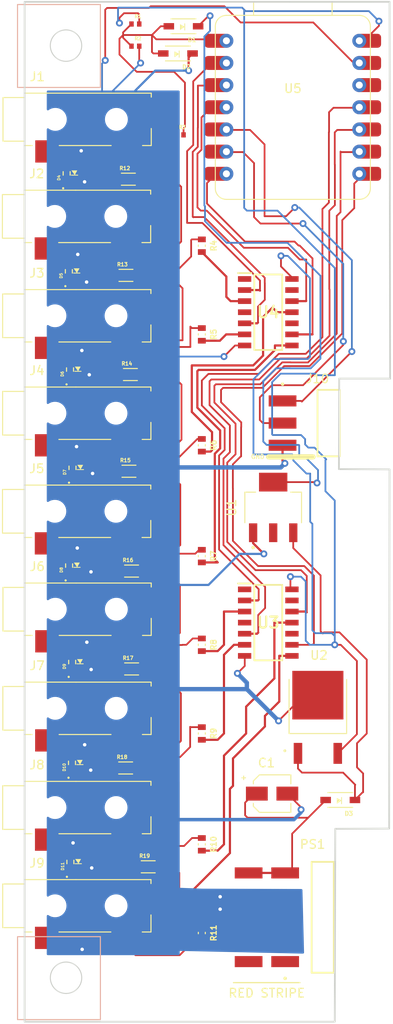
<source format=kicad_pcb>
(kicad_pcb (version 20211014) (generator pcbnew)
  (layers (0 "F.Cu" signal) (31 "B.Cu" signal) (34 "B.Paste" user) (35 "F.Paste" user) (36 "B.SilkS" user "B.Silkscreen") (37 "F.SilkS" user "F.Silkscreen") (38 "B.Mask" user) (39 "F.Mask" user) (44 "Edge.Cuts" user))
  (net 0 "")
  (net 1 "Ground")
  (net 2 "Power")
  (net 3 "5V")
  (net 4 "3.3V")
  (net 5 "Signal-In")
  (net 6 "Signal-Out1")
  (net 7 "Signal-Out2")
  (net 8 "Signal-Out3")
  (net 9 "Signal-Out4")
  (net 10 "Signal-Out5")
  (net 11 "Signal-Out6")
  (net 12 "Signal-Out7")
  (net 13 "Signal-Out8")
  (net 14 "i2c-SDA")
  (net 15 "i2c-SCL")
  (footprint "Import Library:RESC1608X50N" (layer "F.Cu") (at 115.723671 115.712086)
    (fp_text reference "R18")
    (fp_text value "RESC1608X50N" hide)
  )
  (footprint "Import Library:Out Resist-RES_ERJPA3D1001V" (layer "F.Cu") (at 124.46 66.04 -90)
    (fp_text reference "R5")
    (fp_text value "Out Resist-RES_ERJPA3D1001V" hide)
  )
  (footprint "Import Library:Diode-1N5819HW-7-F " (layer "F.Cu") (at 140.335993 119.38 180)
    (fp_text reference "D3")
    (fp_text value "SOD3715X145N" hide)
  )
  (footprint "Import Library:SAMTEC_TSM-105-01-L-DH" (layer "F.Cu") (at 138.319007 132.815804 -90)
    (fp_text reference "PS1")
    (fp_text value "SAMTEC_TSM-105-01-L-DH" hide)
  )
  (footprint "Import Library:Out Resist-RES_ERJPA3D1001V" (layer "F.Cu") (at 124.46 91.44 -90)
    (fp_text reference "R7")
    (fp_text value "Out Resist-RES_ERJPA3D1001V" hide)
  )
  (footprint "Import Library:Diode-1N5819HW-7-F " (layer "F.Cu") (at 121.717607 33.85543 180)
    (fp_text reference "D2")
    (fp_text value "SOD3715X145N" hide)
  )
  (footprint "Import Library:Keystone 633" (layer "F.Cu") (at 108.079328 32.998064 -90)
    (fp_text reference "H1" hide)
    (fp_text value "Keystone 633")
    (fp_circle (center -0.043478 -0.808681) (end 1.756522 -0.808681) (layer "Edge.Cuts") (width 0.12) (fill none))
  )
  (footprint "Import Library:Keystone 633" (layer "F.Cu") (at 108.082701 139.78969 -90)
    (fp_text reference "H2" hide)
    (fp_text value "Keystone 633")
    (fp_circle (center -0.043478 -0.808681) (end 1.756522 -0.808681) (layer "Edge.Cuts") (width 0.12) (fill none))
  )
  (footprint "Import Library:Diode-1N5819HW-7-F " (layer "F.Cu") (at 122.355948 30.740727 180)
    (fp_text reference "D1")
    (fp_text value "SOD3715X145N" hide)
  )
  (footprint "Import Library:SWITCHCRAFT_35RASMT2AHNTRX" (layer "F.Cu") (at 104.127938 120.248091)
    (fp_text reference "J8")
    (fp_text value "SWITCHCRAFT_35RASMT2AHNTRX" hide)
  )
  (footprint "Import Library:LED_APGA1602SEC-E-KA" (layer "F.Cu") (at 109.243603 92.524981 90)
    (fp_text reference "D8")
    (fp_text value "LED_APGA1602SEC-E-KA" hide)
  )
  (footprint "Import Library:LED_APGA1602SEC-E-KA" (layer "F.Cu") (at 109.574222 115.127419 90)
    (fp_text reference "D10")
    (fp_text value "LED_APGA1602SEC-E-KA" hide)
  )
  (footprint "Import Library:LED_APGA1602SEC-E-KA" (layer "F.Cu") (at 109.213778 58.81268 90)
    (fp_text reference "D5")
    (fp_text value "LED_APGA1602SEC-E-KA" hide)
  )
  (footprint "Import Library:SWITCHCRAFT_35RASMT2AHNTRX" (layer "F.Cu") (at 104.121251 75.072067)
    (fp_text reference "J4")
    (fp_text value "SWITCHCRAFT_35RASMT2AHNTRX" hide)
  )
  (footprint "Import Library:VREG_LM1117IMPX-3.3_NOPB" (layer "F.Cu") (at 132.642413 85.863505 90)
    (fp_text reference "U1")
    (fp_text value "VREG_LM1117IMPX-3.3/NOPB" hide)
  )
  (footprint "Import Library:RESC1608X50N" (layer "F.Cu") (at 116.409758 104.366106)
    (fp_text reference "R17")
    (fp_text value "RESC1608X50N" hide)
  )
  (footprint "Import Library:In Resist-ERJ-2RKF1003X" (layer "F.Cu") (at 116.84 30.48)
    (fp_text reference "R1")
    (fp_text value "In Resist-ERJ-2RKF1003X" hide)
  )
  (footprint "Import Library:LED_APGA1602SEC-E-KA" (layer "F.Cu") (at 109.594373 103.578045 90)
    (fp_text reference "D9")
    (fp_text value "LED_APGA1602SEC-E-KA" hide)
  )
  (footprint "Import Library:SWITCHCRAFT_35RASMT2AHNTRX" (layer "F.Cu") (at 104.094683 52.521769)
    (fp_text reference "J2")
    (fp_text value "SWITCHCRAFT_35RASMT2AHNTRX" hide)
  )
  (footprint "Import Library:Out Resist-RES_ERJPA3D1001V" (layer "F.Cu") (at 124.46 78.74 -90)
    (fp_text reference "R6")
    (fp_text value "Out Resist-RES_ERJPA3D1001V" hide)
  )
  (footprint "Import Library:RESC1608X50N" (layer "F.Cu") (at 115.760097 59.277716)
    (fp_text reference "R13")
    (fp_text value "RESC1608X50N" hide)
  )
  (footprint "Import Library:Out Resist-RES_ERJPA3D1001V" (layer "F.Cu") (at 124.46 134.62 -90)
    (fp_text reference "R11")
    (fp_text value "Out Resist-RES_ERJPA3D1001V" hide)
  )
  (footprint "Import Library:SWITCHCRAFT_35RASMT2AHNTRX" (layer "F.Cu") (at 104.130097 131.502014)
    (fp_text reference "J9")
    (fp_text value "SWITCHCRAFT_35RASMT2AHNTRX" hide)
  )
  (footprint "Import Library:Out Resist-RES_ERJPA3D1001V" (layer "F.Cu") (at 124.46 111.76 -90)
    (fp_text reference "R9")
    (fp_text value "Out Resist-RES_ERJPA3D1001V" hide)
  )
  (footprint "Import Library:LED_APGA1602SEC-E-KA" (layer "F.Cu") (at 109.390117 126.481156 90)
    (fp_text reference "D11")
    (fp_text value "LED_APGA1602SEC-E-KA" hide)
  )
  (footprint "Import Library:SWITCHCRAFT_35RASMT2AHNTRX" (layer "F.Cu") (at 104.122013 63.907978)
    (fp_text reference "J3")
    (fp_text value "SWITCHCRAFT_35RASMT2AHNTRX" hide)
  )
  (footprint "Import Library:SWITCHCRAFT_35RASMT2AHNTRX" (layer "F.Cu") (at 104.107003 86.306027)
    (fp_text reference "J5")
    (fp_text value "SWITCHCRAFT_35RASMT2AHNTRX" hide)
  )
  (footprint "Import Library:SWITCHCRAFT_35RASMT2AHNTRX" (layer "F.Cu") (at 104.146981 108.878263)
    (fp_text reference "J7")
    (fp_text value "SWITCHCRAFT_35RASMT2AHNTRX" hide)
  )
  (footprint "Import Library:Out Resist-RES_ERJPA3D1001V" (layer "F.Cu") (at 124.46 124.46 -90)
    (fp_text reference "R10")
    (fp_text value "Out Resist-RES_ERJPA3D1001V" hide)
  )
  (footprint "Import Library:In Resist-ERJ-2RKF1003X" (layer "F.Cu") (at 121.92 43.18)
    (fp_text reference "R3")
    (fp_text value "In Resist-ERJ-2RKF1003X")
  )
  (footprint "Import Library:CAP_EEE-FT1E220AR" (layer "F.Cu") (at 132.517791 118.649429)
    (fp_text reference "C1")
    (fp_text value "CAP_EEE-FT1E220AR" hide)
  )
  (footprint "Import Library:SWITCHCRAFT_35RASMT2AHNTRX" (layer "F.Cu") (at 104.163598 41.404232)
    (fp_text reference "J1")
    (fp_text value "SWITCHCRAFT_35RASMT2AHNTRX" hide)
  )
  (footprint "Import Library:XIAO-RP2040" (layer "F.Cu") (at 126.00559 50.572455)
    (fp_text reference "U5")
    (fp_text value "XIAO-RP2040")
  )
  (footprint "Import Library:RESC1608X50N" (layer "F.Cu") (at 116.402471 93.154989)
    (fp_text reference "R16")
    (fp_text value "RESC1608X50N" hide)
  )
  (footprint "Import Library:VREG_L7805CDT-TR" (layer "F.Cu") (at 137.764604 109.839326)
    (fp_text reference "U2")
    (fp_text value "VREG_L7805CDT-TR" hide)
  )
  (footprint "Import Library:LED_APGA1602SEC-E-KA" (layer "F.Cu") (at 109.349099 70.067567 90)
    (fp_text reference "D6")
    (fp_text value "LED_APGA1602SEC-E-KA" hide)
  )
  (footprint "Import Library:SWITCHCRAFT_35RASMT2AHNTRX" (layer "F.Cu") (at 104.158809 97.525949)
    (fp_text reference "J6")
    (fp_text value "SWITCHCRAFT_35RASMT2AHNTRX" hide)
  )
  (footprint "Import Library:RESC1608X50N" (layer "F.Cu") (at 116.038549 48.26)
    (fp_text reference "R12")
    (fp_text value "RESC1608X50N" hide)
  )
  (footprint "Import Library:LED_APGA1602SEC-E-KA" (layer "F.Cu") (at 109.63176 81.327585 90)
    (fp_text reference "D7")
    (fp_text value "LED_APGA1602SEC-E-KA" hide)
  )
  (footprint "Import Library:Out Resist-RES_ERJPA3D1001V" (layer "F.Cu") (at 124.46 101.6 -90)
    (fp_text reference "R8")
    (fp_text value "Out Resist-RES_ERJPA3D1001V" hide)
  )
  (footprint "Import Library:LED_APGA1602SEC-E-KA" (layer "F.Cu") (at 108.962495 47.595592 90)
    (fp_text reference "D4")
    (fp_text value "LED_APGA1602SEC-E-KA" hide)
  )
  (footprint "Import Library:SN74HCS125QBQARQ1" (layer "F.Cu") (at 132.08 63.5)
    (fp_text reference "U4")
    (fp_text value "SN74HCS125QBQARQ1" hide)
  )
  (footprint "Import Library:SN74HCS125QBQARQ1" (layer "F.Cu") (at 132.08 99.06)
    (fp_text reference "U3")
    (fp_text value "SN74HCS125QBQARQ1" hide)
  )
  (footprint "Import Library:Out Resist-RES_ERJPA3D1001V" (layer "F.Cu") (at 124.46 55.88 -90)
    (fp_text reference "R4")
    (fp_text value "Out Resist-RES_ERJPA3D1001V" hide)
  )
  (footprint "Import Library:RESC1608X50N" (layer "F.Cu") (at 116.272002 70.637999)
    (fp_text reference "R14")
    (fp_text value "RESC1608X50N" hide)
  )
  (footprint "Import Library:SAMTEC_TSM-103-01-L-SH" (layer "F.Cu") (at 138.995404 76.2 -90)
    (fp_text reference "J10")
    (fp_text value "SAMTEC_TSM-103-01-L-SH" hide)
  )
  (footprint "Import Library:RESC1608X50N" (layer "F.Cu") (at 118.312952 127.034462)
    (fp_text reference "R19")
    (fp_text value "RESC1608X50N" hide)
  )
  (footprint "Import Library:In Resist-ERJ-2RKF1003X" (layer "F.Cu") (at 116.84 33.02)
    (fp_text reference "R2")
    (fp_text value "In Resist-ERJ-2RKF1003X" hide)
  )
  (footprint "Import Library:RESC1608X50N" (layer "F.Cu") (at 116.105069 81.716985)
    (fp_text reference "R15")
    (fp_text value "RESC1608X50N" hide)
  )
  (gr_line (start 135.708978 140.304674) (end 128.088978 140.304674) (layer "F.SilkS") (width 0.15))
  (gr_line (start 132.125957 80.069794) (end 137.205957 80.069794) (layer "F.SilkS") (width 0.6))
  (gr_poly (pts (xy 146.047938 71.103336) (xy 140.21656 71.103336) (xy 140.178229 81.478353) (xy 145.982214 81.507373) (xy 145.941937 122.654268) (xy 139.765476 122.679073) (xy 139.7 144.78) (xy 104.14 144.78) (xy 104.14 27.94) (xy 145.983609 27.937338)) (layer "Edge.Cuts") (width 0.2) (fill none))
  (gr_text "RED STRIPE" (at 131.898978 141.502226) (layer "F.SilkS") (effects (font (size 1 1))))
  (gr_text "GND" (at 130.871337 80.047279) (layer "F.SilkS") (effects (font (size 0.5 0.5) (thickness 0.1))))
  (segment (start 141.928635 34.994635) (end 142.318427 34.994635) (width 0.2) (layer "F.Cu") (net 1))
  (segment (start 126.74864 130.275804) (end 126.560888 130.463556) (width 0.25) (layer "F.Cu") (net 1))
  (segment (start 129.824007 132.815804) (end 134.014007 132.815804) (width 0.25) (layer "F.Cu") (net 1))
  (segment (start 111.018696 48.562182) (end 109.179085 48.562182) (width 0.25) (layer "F.Cu") (net 1))
  (segment (start 109.455923 127.16535) (end 109.390117 127.231156) (width 0.25) (layer "F.Cu") (net 1))
  (segment (start 136.203063 107.369326) (end 133.256634 110.315755) (width 0.2) (layer "F.Cu") (net 1))
  (segment (start 113.385821 28.847268) (end 113.594155 28.638934) (width 0.2) (layer "F.Cu") (net 1))
  (segment (start 109.910755 56.551598) (end 106.500856 56.551598) (width 0.25) (layer "F.Cu") (net 1))
  (segment (start 110.628791 45.006212) (end 110.555771 45.079232) (width 0.25) (layer "F.Cu") (net 1))
  (segment (start 129.824007 132.815804) (end 129.824007 130.275804) (width 0.25) (layer "F.Cu") (net 1))
  (segment (start 109.700085 104.433757) (end 109.594373 104.328045) (width 0.25) (layer "F.Cu") (net 1))
  (segment (start 118.398274 28.638934) (end 118.589208 28.448) (width 0.2) (layer "F.Cu") (net 1))
  (segment (start 109.736216 81.973129) (end 109.63176 82.077585) (width 0.25) (layer "F.Cu") (net 1))
  (segment (start 133.715404 80.547447) (end 133.981834 80.813877) (width 0.25) (layer "F.Cu") (net 1))
  (segment (start 109.625231 124.226428) (end 107.391356 124.226428) (width 0.25) (layer "F.Cu") (net 1))
  (segment (start 122.946129 34.306908) (end 123.397607 33.85543) (width 0.25) (layer "F.Cu") (net 1))
  (segment (start 113.385821 34.645821) (end 113.385821 28.847268) (width 0.2) (layer "F.Cu") (net 1))
  (segment (start 134.014007 130.275804) (end 134.014007 132.815804) (width 0.25) (layer "F.Cu") (net 1))
  (segment (start 129.824007 130.275804) (end 126.74864 130.275804) (width 0.25) (layer "F.Cu") (net 1))
  (segment (start 110.739217 136.492762) (end 110.456382 136.209927) (width 0.25) (layer "F.Cu") (net 1))
  (segment (start 109.502593 70.664073) (end 109.349099 70.817567) (width 0.25) (layer "F.Cu") (net 1))
  (segment (start 111.249729 60.044767) (end 109.02157 60.044767) (width 0.25) (layer "F.Cu") (net 1))
  (segment (start 110.177795 90.514208) (end 109.644614 89.981027) (width 0.25) (layer "F.Cu") (net 1))
  (segment (start 111.139319 101.16712) (end 108.167201 101.16712) (width 0.25) (layer "F.Cu") (net 1))
  (segment (start 133.715404 78.74) (end 133.715404 80.547447) (width 0.25) (layer "F.Cu") (net 1))
  (segment (start 127.0533 28.448) (end 128.909279 30.303979) (width 0.2) (layer "F.Cu") (net 1))
  (segment (start 118.589208 28.448) (end 127.0533 28.448) (width 0.2) (layer "F.Cu") (net 1))
  (segment (start 111.752091 93.24249) (end 111.524424 93.470157) (width 0.25) (layer "F.Cu") (net 1))
  (segment (start 109.179085 48.562182) (end 108.962495 48.345592) (width 0.25) (layer "F.Cu") (net 1))
  (segment (start 117.285 33.02) (end 117.285 34.797483) (width 0.2) (layer "F.Cu") (net 1))
  (segment (start 130.342413 88.763505) (end 130.342413 89.956413) (width 0.25) (layer "F.Cu") (net 1))
  (segment (start 110.456382 136.209927) (end 106.540602 136.209927) (width 0.25) (layer "F.Cu") (net 1))
  (segment (start 128.909279 30.303979) (end 137.237979 30.303979) (width 0.2) (layer "F.Cu") (net 1))
  (segment (start 111.028191 113.05178) (end 110.529674 112.553263) (width 0.25) (layer "F.Cu") (net 1))
  (segment (start 110.70462 67.882575) (end 110.673959 67.913236) (width 0.25) (layer "F.Cu") (net 1))
  (segment (start 111.722012 115.959719) (end 109.656522 115.959719) (width 0.25) (layer "F.Cu") (net 1))
  (segment (start 108.167201 101.16712) (end 107.218249 102.116072) (width 0.25) (layer "F.Cu") (net 1))
  (segment (start 109.695765 124.296962) (end 109.625231 124.226428) (width 0.25) (layer "F.Cu") (net 1))
  (segment (start 134.014007 132.815804) (end 134.014007 135.355804) (width 0.25) (layer "F.Cu") (net 1))
  (segment (start 134.014007 135.355804) (end 129.824007 135.355804) (width 0.25) (layer "F.Cu") (net 1))
  (segment (start 122.946129 35.824157) (end 122.946129 34.306908) (width 0.25) (layer "F.Cu") (net 1))
  (segment (start 111.554818 70.664073) (end 109.502593 70.664073) (width 0.25) (layer "F.Cu") (net 1))
  (segment (start 110.555771 45.079232) (end 106.563598 45.079232) (width 0.25) (layer "F.Cu") (net 1))
  (segment (start 129.38 102.87) (end 129.38 104.030499) (width 0.2) (layer "F.Cu") (net 1))
  (segment (start 110.095803 78.894958) (end 109.684439 79.306322) (width 0.25) (layer "F.Cu") (net 1))
  (segment (start 113.594155 28.638934) (end 118.398274 28.638934) (width 0.2) (layer "F.Cu") (net 1))
  (segment (start 111.769307 104.433757) (end 109.700085 104.433757) (width 0.25) (layer "F.Cu") (net 1))
  (segment (start 110.529674 112.553263) (end 106.546981 112.553263) (width 0.25) (layer "F.Cu") (net 1))
  (segment (start 111.276529 101.30433) (end 111.139319 101.16712) (width 0.25) (layer "F.Cu") (net 1))
  (segment (start 134.267791 118.649429) (end 135.837174 120.218812) (width 0.2) (layer "F.Cu") (net 1))
  (segment (start 110.23618 56.877023) (end 109.910755 56.551598) (width 0.25) (layer "F.Cu") (net 1))
  (segment (start 127.29274 133.830074) (end 127.29274 132.476148) (width 0.25) (layer "F.Cu") (net 1))
  (segment (start 110.673959 67.913236) (end 106.537472 67.913236) (width 0.25) (layer "F.Cu") (net 1))
  (segment (start 137.764604 107.369326) (end 136.203063 107.369326) (width 0.2) (layer "F.Cu") (net 1))
  (segment (start 111.524424 93.470157) (end 109.29859 93.470157) (width 0.25) (layer "F.Cu") (net 1))
  (segment (start 129.38 104.030499) (end 128.540509 104.86999) (width 0.2) (layer "F.Cu") (net 1))
  (segment (start 126.707259 131.890667) (end 126.560888 131.890667) (width 0.25) (layer "F.Cu") (net 1))
  (segment (start 129.824007 130.275804) (end 134.014007 130.275804) (width 0.25) (layer "F.Cu") (net 1))
  (segment (start 135.837174 120.218812) (end 135.837174 120.486522) (width 0.2) (layer "F.Cu") (net 1))
  (segment (start 109.684439 79.306322) (end 106.521816 79.306322) (width 0.25) (layer "F.Cu") (net 1))
  (segment (start 117.285 34.797483) (end 117.437356 34.949839) (width 0.2) (layer "F.Cu") (net 1))
  (segment (start 109.644614 89.981027) (end 106.507003 89.981027) (width 0.25) (layer "F.Cu") (net 1))
  (segment (start 111.8353 127.16535) (end 109.455923 127.16535) (width 0.25) (layer "F.Cu") (net 1))
  (segment (start 130.342413 89.956413) (end 131.572 91.186) (width 0.25) (layer "F.Cu") (net 1))
  (segment (start 111.935152 81.973129) (end 109.736216 81.973129) (width 0.25) (layer "F.Cu") (net 1))
  (segment (start 128.27 67.31) (end 127 68.58) (width 0.2) (layer "F.Cu") (net 1))
  (segment (start 129.824007 135.355804) (end 128.81847 135.355804) (width 0.25) (layer "F.Cu") (net 1))
  (segment (start 129.38 67.31) (end 128.27 67.31) (width 0.2) (layer "F.Cu") (net 1))
  (segment (start 129.824007 135.355804) (end 129.824007 132.815804) (width 0.25) (layer "F.Cu") (net 1))
  (segment (start 127.29274 132.476148) (end 126.707259 131.890667) (width 0.25) (layer "F.Cu") (net 1))
  (segment (start 109.656522 115.959719) (end 109.574222 115.877419) (width 0.25) (layer "F.Cu") (net 1))
  (segment (start 137.237979 30.303979) (end 141.928635 34.994635) (width 0.2) (layer "F.Cu") (net 1))
  (segment (start 128.81847 135.355804) (end 127.29274 133.830074) (width 0.25) (layer "F.Cu") (net 1))
  (via (at 117.437356 34.949839) (size 0.8) (drill 0.4) (layers "F.Cu" "B.Cu") (net 1))
  (via (at 133.256634 110.315755) (size 0.8) (drill 0.4) (layers "F.Cu" "B.Cu") (net 1))
  (via (at 122.946129 35.824157) (size 0.8) (drill 0.4) (layers "F.Cu" "B.Cu") (net 1))
  (via (at 111.8353 127.16535) (size 0.8) (drill 0.4) (layers "F.Cu" "B.Cu") (net 1))
  (via (at 110.23618 56.877023) (size 0.8) (drill 0.4) (layers "F.Cu" "B.Cu") (net 1))
  (via (at 135.837174 120.486522) (size 0.8) (drill 0.4) (layers "F.Cu" "B.Cu") (net 1))
  (via (at 111.028191 113.05178) (size 0.8) (drill 0.4) (layers "F.Cu" "B.Cu") (net 1))
  (via (at 110.177795 90.514208) (size 0.8) (drill 0.4) (layers "F.Cu" "B.Cu") (net 1))
  (via (at 111.752091 93.24249) (size 0.8) (drill 0.4) (layers "F.Cu" "B.Cu") (net 1))
  (via (at 111.935152 81.973129) (size 0.8) (drill 0.4) (layers "F.Cu" "B.Cu") (net 1))
  (via (at 111.722012 115.959719) (size 0.8) (drill 0.4) (layers "F.Cu" "B.Cu") (net 1))
  (via (at 113.385821 34.645821) (size 0.8) (drill 0.4) (layers "F.Cu" "B.Cu") (net 1))
  (via (at 111.276529 101.30433) (size 0.8) (drill 0.4) (layers "F.Cu" "B.Cu") (net 1))
  (via (at 110.739217 136.492762) (size 0.8) (drill 0.4) (layers "F.Cu" "B.Cu") (net 1))
  (via (at 109.695765 124.296962) (size 0.8) (drill 0.4) (layers "F.Cu" "B.Cu") (net 1))
  (via (at 126.560888 131.890667) (size 0.8) (drill 0.4) (layers "F.Cu" "B.Cu") (net 1))
  (via (at 128.540509 104.86999) (size 0.8) (drill 0.4) (layers "F.Cu" "B.Cu") (net 1))
  (via (at 127 68.58) (size 0.8) (drill 0.4) (layers "F.Cu" "B.Cu") (net 1))
  (via (at 111.554818 70.664073) (size 0.8) (drill 0.4) (layers "F.Cu" "B.Cu") (net 1))
  (via (at 111.018696 48.562182) (size 0.8) (drill 0.4) (layers "F.Cu" "B.Cu") (net 1))
  (via (at 131.572 91.186) (size 0.8) (drill 0.4) (layers "F.Cu" "B.Cu") (net 1))
  (via (at 110.095803 78.894958) (size 0.8) (drill 0.4) (layers "F.Cu" "B.Cu") (net 1))
  (via (at 110.628791 45.006212) (size 0.8) (drill 0.4) (layers "F.Cu" "B.Cu") (net 1))
  (via (at 110.70462 67.882575) (size 0.8) (drill 0.4) (layers "F.Cu" "B.Cu") (net 1))
  (via (at 126.560888 130.463556) (size 0.8) (drill 0.4) (layers "F.Cu" "B.Cu") (net 1))
  (via (at 133.981834 80.813877) (size 0.8) (drill 0.4) (layers "F.Cu" "B.Cu") (net 1))
  (via (at 111.249729 60.044767) (size 0.8) (drill 0.4) (layers "F.Cu" "B.Cu") (net 1))
  (via (at 111.769307 104.433757) (size 0.8) (drill 0.4) (layers "F.Cu" "B.Cu") (net 1))
  (segment (start 127 68.58) (end 121.92 68.58) (width 0.2) (layer "B.Cu") (net 1))
  (segment (start 129.620879 106.68) (end 121.92 106.68) (width 0.5) (layer "B.Cu") (net 1))
  (segment (start 117.437356 34.949839) (end 114.155738 38.231457) (width 0.2) (layer "B.Cu") (net 1))
  (segment (start 113.023292 35.00835) (end 113.023292 38.70556) (width 0.2) (layer "B.Cu") (net 1))
  (segment (start 133.981834 80.813877) (end 133.515711 81.28) (width 0.5) (layer "B.Cu") (net 1))
  (segment (start 129.620879 106.68) (end 129.620879 105.95036) (width 0.5) (layer "B.Cu") (net 1))
  (segment (start 125.222 94.742) (end 121.666 94.742) (width 0.25) (layer "B.Cu") (net 1))
  (segment (start 131.572 91.186) (end 128.778 91.186) (width 0.25) (layer "B.Cu") (net 1))
  (segment (start 135.019903 121.629173) (end 121.92 121.629173) (width 0.4) (layer "B.Cu") (net 1))
  (segment (start 114.155738 38.437425) (end 114.155738 38.231457) (width 0.2) (layer "B.Cu") (net 1))
  (segment (start 119.115843 35.824157) (end 116.84 38.1) (width 0.25) (layer "B.Cu") (net 1))
  (segment (start 122.946129 35.824157) (end 119.115843 35.824157) (width 0.25) (layer "B.Cu") (net 1))
  (segment (start 135.837174 120.486522) (end 135.837174 120.811902) (width 0.2) (layer "B.Cu") (net 1))
  (segment (start 133.515711 81.28) (end 121.92 81.28) (width 0.5) (layer "B.Cu") (net 1))
  (segment (start 113.385821 34.645821) (end 113.023292 35.00835) (width 0.2) (layer "B.Cu") (net 1))
  (segment (start 129.620879 105.95036) (end 128.540509 104.86999) (width 0.5) (layer "B.Cu") (net 1))
  (segment (start 128.778 91.186) (end 125.222 94.742) (width 0.25) (layer "B.Cu") (net 1))
  (segment (start 135.837174 120.811902) (end 135.019903 121.629173) (width 0.4) (layer "B.Cu") (net 1))
  (segment (start 133.256634 110.315755) (end 129.620879 106.68) (width 0.5) (layer "B.Cu") (net 1))
  (segment (start 143.367243 111.765094) (end 143.367243 103.300654) (width 0.2) (layer "F.Cu") (net 2))
  (segment (start 140.656846 116.24396) (end 135.943705 116.24396) (width 0.2) (layer "F.Cu") (net 2))
  (segment (start 136.651021 121.411021) (end 138.655993 119.406049) (width 0.2) (layer "F.Cu") (net 2))
  (segment (start 138.655993 119.406049) (end 138.655993 119.38) (width 0.2) (layer "F.Cu") (net 2))
  (segment (start 135.943705 116.24396) (end 135.484604 115.784859) (width 0.2) (layer "F.Cu") (net 2))
  (segment (start 134.816325 127.81142) (end 134.816325 123.245717) (width 0.2) (layer "F.Cu") (net 2))
  (segment (start 143.367243 103.300654) (end 140.241623 100.175034) (width 0.2) (layer "F.Cu") (net 2))
  (segment (start 142.015993 117.672153) (end 142.050516 117.63763) (width 0.2) (layer "F.Cu") (net 2))
  (segment (start 142.903504 118.492489) (end 142.952595 118.492489) (width 0.2) (layer "F.Cu") (net 2))
  (segment (start 129.824007 127.735804) (end 134.014007 127.735804) (width 0.25) (layer "F.Cu") (net 2))
  (segment (start 135.484604 115.784859) (end 135.484604 114.039326) (width 0.2) (layer "F.Cu") (net 2))
  (segment (start 134.816325 123.245717) (end 136.651021 121.411021) (width 0.2) (layer "F.Cu") (net 2))
  (segment (start 138.07785 93.654665) (end 134.942413 90.519228) (width 0.2) (layer "F.Cu") (net 2))
  (segment (start 129.423528 121.131083) (end 129.423528 119.680494) (width 0.2) (layer "F.Cu") (net 2))
  (segment (start 130.454593 118.649429) (end 130.767791 118.649429) (width 0.2) (layer "F.Cu") (net 2))
  (segment (start 136.651021 121.411021) (end 129.703466 121.411021) (width 0.2) (layer "F.Cu") (net 2))
  (segment (start 138.327979 100.30261) (end 138.07785 100.052481) (width 0.2) (layer "F.Cu") (net 2))
  (segment (start 142.015993 119.38) (end 142.903504 118.492489) (width 0.2) (layer "F.Cu") (net 2))
  (segment (start 138.07785 100.052481) (end 138.07785 93.654665) (width 0.2) (layer "F.Cu") (net 2))
  (segment (start 142.253916 115.641124) (end 142.253916 112.878421) (width 0.2) (layer "F.Cu") (net 2))
  (segment (start 142.952595 118.492489) (end 142.952595 116.339803) (width 0.2) (layer "F.Cu") (net 2))
  (segment (start 129.703466 121.411021) (end 129.423528 121.131083) (width 0.2) (layer "F.Cu") (net 2))
  (segment (start 134.942413 90.519228) (end 134.942413 88.763505) (width 0.2) (layer "F.Cu") (net 2))
  (segment (start 129.423528 119.680494) (end 130.454593 118.649429) (width 0.2) (layer "F.Cu") (net 2))
  (segment (start 142.253916 112.878421) (end 143.367243 111.765094) (width 0.2) (layer "F.Cu") (net 2))
  (segment (start 142.015993 119.38) (end 142.015993 117.672153) (width 0.2) (layer "F.Cu") (net 2))
  (segment (start 142.952595 116.339803) (end 142.253916 115.641124) (width 0.2) (layer "F.Cu") (net 2))
  (segment (start 140.241623 100.175034) (end 138.455555 100.175034) (width 0.2) (layer "F.Cu") (net 2))
  (segment (start 138.455555 100.175034) (end 138.327979 100.30261) (width 0.2) (layer "F.Cu") (net 2))
  (segment (start 142.050516 117.63763) (end 140.656846 116.24396) (width 0.2) (layer "F.Cu") (net 2))
  (segment (start 133.534318 57.040891) (end 133.534318 58.252935) (width 0.2) (layer "F.Cu") (net 3))
  (segment (start 115.013518 30.372191) (end 115.013518 29.766482) (width 0.2) (layer "F.Cu") (net 3))
  (segment (start 144.766116 30.691789) (end 143.00327 32.454635) (width 0.2) (layer "F.Cu") (net 3))
  (segment (start 133.534318 58.252935) (end 134.78 59.498617) (width 0.2) (layer "F.Cu") (net 3))
  (segment (start 142.24 111.84393) (end 142.24 103.454052) (width 0.2) (layer "F.Cu") (net 3))
  (segment (start 117.285 29.381345) (end 117.149922 29.246267) (width 0.2) (layer "F.Cu") (net 3))
  (segment (start 117.285 30.48) (end 117.285 29.381345) (width 0.2) (layer "F.Cu") (net 3))
  (segment (start 115.013518 29.766482) (end 115.533733 29.246267) (width 0.2) (layer "F.Cu") (net 3))
  (segment (start 140.044604 114.039326) (end 142.24 111.84393) (width 0.2) (layer "F.Cu") (net 3))
  (segment (start 134.618601 93.79474) (end 134.618601 95.088601) (width 0.2) (layer "F.Cu") (net 3))
  (segment (start 134.618601 95.088601) (end 134.78 95.25) (width 0.2) (layer "F.Cu") (net 3))
  (segment (start 134.78 59.498617) (end 134.78 59.69) (width 0.2) (layer "F.Cu") (net 3))
  (segment (start 117.149922 29.246267) (end 115.533733 29.246267) (width 0.2) (layer "F.Cu") (net 3))
  (segment (start 140.385948 101.6) (end 139.7 101.6) (width 0.2) (layer "F.Cu") (net 3))
  (segment (start 142.24 103.454052) (end 140.385948 101.6) (width 0.2) (layer "F.Cu") (net 3))
  (segment (start 144.766116 30.15499) (end 144.766116 30.691789) (width 0.2) (layer "F.Cu") (net 3))
  (via (at 134.618601 93.79474) (size 0.8) (drill 0.4) (layers "F.Cu" "B.Cu") (net 3))
  (via (at 115.013518 30.372191) (size 0.8) (drill 0.4) (layers "F.Cu" "B.Cu") (net 3))
  (via (at 144.766116 30.15499) (size 0.8) (drill 0.4) (layers "F.Cu" "B.Cu") (net 3))
  (via (at 139.7 101.6) (size 0.8) (drill 0.4) (layers "F.Cu" "B.Cu") (net 3))
  (via (at 133.534318 57.040891) (size 0.8) (drill 0.4) (layers "F.Cu" "B.Cu") (net 3))
  (segment (start 136.37116 94.341156) (end 136.37116 101.132434) (width 0.2) (layer "B.Cu") (net 3))
  (segment (start 130.443326 79.789196) (end 134.807789 79.789196) (width 0.2) (layer "B.Cu") (net 3))
  (segment (start 136.858695 59.584833) (end 134.314753 57.040891) (width 0.2) (layer "B.Cu") (net 3))
  (segment (start 132.596084 77.568904) (end 132.522402 77.495222) (width 0.2) (layer "B.Cu") (net 3))
  (segment (start 138.633605 84.006183) (end 138.633605 80.438535) (width 0.2) (layer "B.Cu") (net 3))
  (segment (start 132.701082 68.859941) (end 136.630619 68.859941) (width 0.2) (layer "B.Cu") (net 3))
  (segment (start 139.36803 100.271337) (end 139.7 100.603307) (width 0.2) (layer "B.Cu") (net 3))
  (segment (start 137.689718 70.71848) (end 137.56152 70.71848) (width 0.2) (layer "B.Cu") (net 3))
  (segment (start 136.838726 101.6) (end 139.7 101.6) (width 0.2) (layer "B.Cu") (net 3))
  (segment (start 136.304734 78.64481) (end 136.304734 78.035556) (width 0.2) (layer "B.Cu") (net 3))
  (segment (start 114.895168 28.601779) (end 129.076491 28.601779) (width 0.2) (layer "B.Cu") (net 3))
  (segment (start 129.478498 29.003786) (end 143.614912 29.003786) (width 0.2) (layer "B.Cu") (net 3))
  (segment (start 134.314753 57.040891) (end 133.534318 57.040891) (width 0.2) (layer "B.Cu") (net 3))
  (segment (start 129.31793 51.553565) (end 129.624827 51.860462) (width 0.2) (layer "B.Cu") (net 3))
  (segment (start 114.852086 28.644861) (end 114.895168 28.601779) (width 0.2) (layer "B.Cu") (net 3))
  (segment (start 135.824744 93.79474) (end 136.37116 94.341156) (width 0.2) (layer "B.Cu") (net 3))
  (segment (start 129.076491 28.601779) (end 129.31793 28.843218) (width 0.2) (layer "B.Cu") (net 3))
  (segment (start 139.7 85.072578) (end 138.633605 84.006183) (width 0.2) (layer "B.Cu") (net 3))
  (segment (start 139.710067 58.430067) (end 139.710067 70.71848) (width 0.2) (layer "B.Cu") (net 3))
  (segment (start 136.671398 79.011474) (end 136.304734 78.64481) (width 0.2) (layer "B.Cu") (net 3))
  (segment (start 139.710067 70.71848) (end 137.689718 70.71848) (width 0.2) (layer "B.Cu") (net 3))
  (segment (start 114.852086 30.210759) (end 114.852086 28.644861) (width 0.2) (layer "B.Cu") (net 3))
  (segment (start 137.136456 99.938975) (end 137.468818 100.271337) (width 0.2) (layer "B.Cu") (net 3))
  (segment (start 136.887631 87.50018) (end 137.136456 87.749005) (width 0.2) (layer "B.Cu") (net 3))
  (segment (start 137.468818 100.271337) (end 139.36803 100.271337) (width 0.2) (layer "B.Cu") (net 3))
  (segment (start 115.013518 30.372191) (end 114.852086 30.210759) (width 0.2) (layer "B.Cu") (net 3))
  (segment (start 136.456334 81.983299) (end 136.887631 81.983299) (width 0.2) (layer "B.Cu") (net 3))
  (segment (start 129.624827 51.860462) (end 133.140462 51.860462) (width 0.2) (layer "B.Cu") (net 3))
  (segment (start 133.140462 51.860462) (end 139.710067 58.430067) (width 0.2) (layer "B.Cu") (net 3))
  (segment (start 130.380802 71.180221) (end 130.380802 79.726672) (width 0.2) (layer "B.Cu") (net 3))
  (segment (start 135.838082 77.568904) (end 132.596084 77.568904) (width 0.2) (layer "B.Cu") (net 3))
  (segment (start 138.633605 80.438535) (end 138.722797 80.349343) (width 0.2) (layer "B.Cu") (net 3))
  (segment (start 143.614912 29.003786) (end 144.766116 30.15499) (width 0.2) (layer "B.Cu") (net 3))
  (segment (start 136.630619 68.859941) (end 136.858695 68.631865) (width 0.2) (layer "B.Cu") (net 3))
  (segment (start 130.380802 79.726672) (end 130.443326 79.789196) (width 0.2) (layer "B.Cu") (net 3))
  (segment (start 134.807789 79.789196) (end 134.951357 79.932764) (width 0.2) (layer "B.Cu") (net 3))
  (segment (start 129.31793 28.843218) (end 129.478498 29.003786) (width 0.2) (layer "B.Cu") (net 3))
  (segment (start 138.722797 80.349343) (end 137.384928 79.011474) (width 0.2) (layer "B.Cu") (net 3))
  (segment (start 134.618601 93.79474) (end 135.824744 93.79474) (width 0.2) (layer "B.Cu") (net 3))
  (segment (start 132.522402 71.502885) (end 133.48889 70.536397) (width 0.2) (layer "B.Cu") (net 3))
  (segment (start 136.304734 78.035556) (end 135.838082 77.568904) (width 0.2) (layer "B.Cu") (net 3))
  (segment (start 134.951357 79.932764) (end 134.951357 80.478322) (width 0.2) (layer "B.Cu") (net 3))
  (segment (start 137.507635 70.536397) (end 137.689718 70.71848) (width 0.2) (layer "B.Cu") (net 3))
  (segment (start 139.7 101.6) (end 139.7 85.072578) (width 0.2) (layer "B.Cu") (net 3))
  (segment (start 137.384928 79.011474) (end 136.671398 79.011474) (width 0.2) (layer "B.Cu") (net 3))
  (segment (start 132.522402 77.495222) (end 132.522402 71.502885) (width 0.2) (layer "B.Cu") (net 3))
  (segment (start 132.701082 68.859941) (end 130.380802 71.180221) (width 0.2) (layer "B.Cu") (net 3))
  (segment (start 133.48889 70.536397) (end 137.507635 70.536397) (width 0.2) (layer "B.Cu") (net 3))
  (segment (start 136.858695 68.631865) (end 136.858695 59.584833) (width 0.2) (layer "B.Cu") (net 3))
  (segment (start 136.887631 81.983299) (end 136.887631 87.50018) (width 0.2) (layer "B.Cu") (net 3))
  (segment (start 129.31793 28.843218) (end 129.31793 51.553565) (width 0.2) (layer "B.Cu") (net 3))
  (segment (start 137.136456 87.749005) (end 137.136456 99.938975) (width 0.2) (layer "B.Cu") (net 3))
  (segment (start 139.7 100.603307) (end 139.7 101.6) (width 0.2) (layer "B.Cu") (net 3))
  (segment (start 134.951357 80.478322) (end 136.456334 81.983299) (width 0.2) (layer "B.Cu") (net 3))
  (segment (start 136.37116 101.132434) (end 136.838726 101.6) (width 0.2) (layer "B.Cu") (net 3))
  (segment (start 137.668 83.058) (end 137.573505 82.963505) (width 0.2) (layer "F.Cu") (net 4))
  (segment (start 125.401169 29.53883) (end 125.237845 29.53883) (width 0.2) (layer "F.Cu") (net 4))
  (segment (start 137.573505 82.963505) (end 132.642413 82.963505) (width 0.2) (layer "F.Cu") (net 4))
  (segment (start 125.237845 29.53883) (end 124.035948 30.740727) (width 0.2) (layer "F.Cu") (net 4))
  (via (at 125.401169 29.53883) (size 0.8) (drill 0.4) (layers "F.Cu" "B.Cu") (net 4))
  (via (at 137.668 83.058) (size 0.8) (drill 0.4) (layers "F.Cu" "B.Cu") (net 4))
  (segment (start 134.2864 55.5464) (end 138.059518 59.319518) (width 0.2) (layer "B.Cu") (net 4))
  (segment (start 137.783096 82.942904) (end 137.783096 81.5766) (width 0.2) (layer "B.Cu") (net 4))
  (segment (start 138.059518 68.813842) (end 136.938251 69.935109) (width 0.2) (layer "B.Cu") (net 4))
  (segment (start 131.507274 71.447649) (end 131.472527 71.412902) (width 0.2) (layer "B.Cu") (net 4))
  (segment (start 135.627279 79.995668) (end 135.627279 78.750085) (width 0.2) (layer "B.Cu") (net 4))
  (segment (start 127.301177 55.5464) (end 134.2864 55.5464) (width 0.2) (layer "B.Cu") (net 4))
  (segment (start 124.823852 51.352056) (end 124.823852 53.069075) (width 0.2) (layer "B.Cu") (net 4))
  (segment (start 135.723093 80.091482) (end 135.627279 79.995668) (width 0.2) (layer "B.Cu") (net 4))
  (segment (start 125.401169 31.261944) (end 124.752747 31.910366) (width 0.2) (layer "B.Cu") (net 4))
  (segment (start 124.823852 53.069075) (end 127.301177 55.5464) (width 0.2) (layer "B.Cu") (net 4))
  (segment (start 131.890531 78.702178) (end 131.507274 78.318921) (width 0.2) (layer "B.Cu") (net 4))
  (segment (start 132.959421 69.926008) (end 134.610899 69.926008) (width 0.2) (layer "B.Cu") (net 4))
  (segment (start 137.783096 81.5766) (end 136.297978 80.091482) (width 0.2) (layer "B.Cu") (net 4))
  (segment (start 124.752747 51.280951) (end 124.823852 51.352056) (width 0.2) (layer "B.Cu") (net 4))
  (segment (start 138.059518 59.319518) (end 138.059518 68.813842) (width 0.2) (layer "B.Cu") (net 4))
  (segment (start 131.507274 78.318921) (end 131.507274 71.447649) (width 0.2) (layer "B.Cu") (net 4))
  (segment (start 135.579372 78.702178) (end 131.890531 78.702178) (width 0.2) (layer "B.Cu") (net 4))
  (segment (start 137.668 83.058) (end 137.783096 82.942904) (width 0.2) (layer "B.Cu") (net 4))
  (segment (start 135.627279 78.750085) (end 135.579372 78.702178) (width 0.2) (layer "B.Cu") (net 4))
  (segment (start 136.297978 80.091482) (end 135.723093 80.091482) (width 0.2) (layer "B.Cu") (net 4))
  (segment (start 131.472527 71.412902) (end 132.959421 69.926008) (width 0.2) (layer "B.Cu") (net 4))
  (segment (start 124.752747 31.910366) (end 124.752747 51.280951) (width 0.2) (layer "B.Cu") (net 4))
  (segment (start 125.401169 29.53883) (end 125.401169 31.261944) (width 0.2) (layer "B.Cu") (net 4))
  (segment (start 136.938251 69.935109) (end 134.620829 69.935109) (width 0.2) (layer "B.Cu") (net 4))
  (segment (start 115.437636 31.437364) (end 116.395 30.48) (width 0.2) (layer "F.Cu") (net 5))
  (segment (start 115.016816 33.977881) (end 115.016816 32.162196) (width 0.2) (layer "F.Cu") (net 5))
  (segment (start 121.475 43.826982) (end 120.393691 44.908291) (width 0.2) (layer "F.Cu") (net 5))
  (segment (start 121.475 43.18) (end 121.475 43.826982) (width 0.2) (layer "F.Cu") (net 5))
  (segment (start 118.742882 31.741376) (end 119.23855 32.237044) (width 0.2) (layer "F.Cu") (net 5))
  (segment (start 118.742882 33.69378) (end 118.904532 33.85543) (width 0.2) (layer "F.Cu") (net 5))
  (segment (start 116.995171 35.956236) (end 115.016816 33.977881) (width 0.2) (layer "F.Cu") (net 5))
  (segment (start 122.365 42.453136) (end 122.523476 42.29466) (width 0.2) (layer "F.Cu") (net 5))
  (segment (start 122.523476 37.197777) (end 121.281935 35.956236) (width 0.2) (layer "F.Cu") (net 5))
  (segment (start 120.393691 44.908291) (end 115.934539 44.908291) (width 0.2) (layer "F.Cu") (net 5))
  (segment (start 115.437636 32.062636) (end 116.395 33.02) (width 0.2) (layer "F.Cu") (net 5))
  (segment (start 118.904532 33.85543) (end 120.037607 33.85543) (width 0.2) (layer "F.Cu") (net 5))
  (segment (start 125.257941 32.237044) (end 125.276831 32.255934) (width 0.2) (layer "F.Cu") (net 5))
  (segment (start 122.365 43.18) (end 122.365 42.453136) (width 0.2) (layer "F.Cu") (net 5))
  (segment (start 115.934539 44.908291) (end 115.863598 44.979232) (width 0.2) (layer "F.Cu") (net 5))
  (segment (start 122.523476 42.29466) (end 122.523476 37.197777) (width 0.2) (layer "F.Cu") (net 5))
  (segment (start 115.437636 31.741376) (end 118.742882 31.741376) (width 0.2) (layer "F.Cu") (net 5))
  (segment (start 115.016816 32.162196) (end 115.437636 31.741376) (width 0.2) (layer "F.Cu") (net 5))
  (segment (start 121.281935 35.956236) (end 116.995171 35.956236) (width 0.2) (layer "F.Cu") (net 5))
  (segment (start 119.743531 30.740727) (end 120.675948 30.740727) (width 0.2) (layer "F.Cu") (net 5))
  (segment (start 115.437636 31.741376) (end 115.437636 32.062636) (width 0.2) (layer "F.Cu") (net 5))
  (segment (start 119.23855 32.237044) (end 125.257941 32.237044) (width 0.2) (layer "F.Cu") (net 5))
  (segment (start 118.742882 31.741376) (end 118.742882 33.69378) (width 0.2) (layer "F.Cu") (net 5))
  (segment (start 125.257941 32.237044) (end 126.621119 32.237044) (width 0.2) (layer "F.Cu") (net 5))
  (segment (start 118.742882 31.741376) (end 119.743531 30.740727) (width 0.2) (layer "F.Cu") (net 5))
  (segment (start 126.621119 32.237044) (end 126.83871 32.454635) (width 0.2) (layer "F.Cu") (net 5))
  (segment (start 115.437636 31.741376) (end 115.437636 31.437364) (width 0.2) (layer "F.Cu") (net 5))
  (segment (start 115.248549 48.26) (end 114.698852 48.26) (width 0.2) (layer "F.Cu") (net 6))
  (segment (start 122.774081 45.041098) (end 123.475325 44.339854) (width 0.2) (layer "F.Cu") (net 6))
  (segment (start 129.368 60.96) (end 131.064 60.96) (width 0.25) (layer "F.Cu") (net 6))
  (segment (start 123.237445 55.230133) (end 123.237445 57.117904) (width 0.2) (layer "F.Cu") (net 6))
  (segment (start 122.774081 53.268289) (end 122.774081 45.041098) (width 0.2) (layer "F.Cu") (net 6))
  (segment (start 123.475325 44.339854) (end 123.475325 37.051708) (width 0.2) (layer "F.Cu") (net 6))
  (segment (start 131.126991 61.022991) (end 131.126991 59.869393) (width 0.2) (layer "F.Cu") (net 6))
  (segment (start 131.126991 59.869393) (end 124.525887 53.268289) (width 0.2) (layer "F.Cu") (net 6))
  (segment (start 128.815 60.96) (end 129.38 60.96) (width 0.25) (layer "F.Cu") (net 6))
  (segment (start 123.475325 37.051708) (end 125.532398 34.994635) (width 0.2) (layer "F.Cu") (net 6))
  (segment (start 119.64278 46.681903) (end 118.064683 48.26) (width 0.2) (layer "F.Cu") (net 6))
  (segment (start 118.145976 58.642513) (end 115.955061 56.451598) (width 0.2) (layer "F.Cu") (net 6))
  (segment (start 118.064683 48.26) (end 116.828549 48.26) (width 0.2) (layer "F.Cu") (net 6))
  (segment (start 114.698852 48.26) (end 113.284444 46.845592) (width 0.2) (layer "F.Cu") (net 6))
  (segment (start 127.2725 61.7405) (end 127.762 62.23) (width 0.25) (layer "F.Cu") (net 6))
  (segment (start 122.09008 55.407557) (end 122.09008 49.129203) (width 0.2) (layer "F.Cu") (net 6))
  (segment (start 120.975833 56.521804) (end 120.905627 56.451598) (width 0.2) (layer "F.Cu") (net 6))
  (segment (start 124.46 56.605) (end 127.2725 59.4175) (width 0.25) (layer "F.Cu") (net 6))
  (segment (start 131.064 60.96) (end 131.126991 61.022991) (width 0.25) (layer "F.Cu") (net 6))
  (segment (start 123.312578 55.155) (end 123.237445 55.230133) (width 0.2) (layer "F.Cu") (net 6))
  (segment (start 124.46 55.155) (end 123.312578 55.155) (width 0.2) (layer "F.Cu") (net 6))
  (segment (start 113.284444 46.845592) (end 108.962495 46.845592) (width 0.2) (layer "F.Cu") (net 6))
  (segment (start 127.2725 59.4175) (end 127.2725 61.7405) (width 0.25) (layer "F.Cu") (net 6))
  (segment (start 122.09008 49.129203) (end 119.64278 46.681903) (width 0.2) (layer "F.Cu") (net 6))
  (segment (start 115.955061 56.451598) (end 115.800856 56.451598) (width 0.2) (layer "F.Cu") (net 6))
  (segment (start 127.762 62.23) (end 129.368 62.23) (width 0.25) (layer "F.Cu") (net 6))
  (segment (start 120.975833 56.521804) (end 122.09008 55.407557) (width 0.2) (layer "F.Cu") (net 6))
  (segment (start 125.532398 34.994635) (end 126.83871 34.994635) (width 0.2) (layer "F.Cu") (net 6))
  (segment (start 120.905627 56.451598) (end 115.800856 56.451598) (width 0.2) (layer "F.Cu") (net 6))
  (segment (start 121.712836 58.642513) (end 118.145976 58.642513) (width 0.2) (layer "F.Cu") (net 6))
  (segment (start 123.237445 57.117904) (end 121.712836 58.642513) (width 0.2) (layer "F.Cu") (net 6))
  (segment (start 124.525887 53.268289) (end 122.774081 53.268289) (width 0.2) (layer "F.Cu") (net 6))
  (segment (start 129.368 64.77) (end 130.81 64.77) (width 0.25) (layer "F.Cu") (net 7))
  (segment (start 123.997109 44.552244) (end 123.997109 42.385809) (width 0.2) (layer "F.Cu") (net 7))
  (segment (start 130.901223 62.857304) (end 131.681279 62.077248) (width 0.2) (layer "F.Cu") (net 7))
  (segment (start 124.01223 37.534635) (end 126.83871 37.534635) (width 0.2) (layer "F.Cu") (net 7))
  (segment (start 112.675856 58.06268) (end 109.213778 58.06268) (width 0.2) (layer "F.Cu") (net 7))
  (segment (start 119.16362 67.813236) (end 120.260266 66.71659) (width 0.2) (layer "F.Cu") (net 7))
  (segment (start 125.060933 52.939599) (end 124.721282 52.599948) (width 0.2) (layer "F.Cu") (net 7))
  (segment (start 124.721282 52.599948) (end 123.516479 52.599948) (width 0.2) (layer "F.Cu") (net 7))
  (segment (start 123.147982 65.14864) (end 123.147982 67.480463) (width 0.2) (layer "F.Cu") (net 7))
  (segment (start 123.487447 52.62898) (end 123.414868 52.556401) (width 0.2) (layer "F.Cu") (net 7))
  (segment (start 123.314342 65.315) (end 123.147982 65.14864) (width 0.2) (layer "F.Cu") (net 7))
  (segment (start 115.837472 67.813236) (end 119.16362 67.813236) (width 0.2) (layer "F.Cu") (net 7))
  (segment (start 120.72543 67.480463) (end 119.508319 68.697574) (width 0.2) (layer "F.Cu") (net 7))
  (segment (start 131.681279 62.077248) (end 131.681279 60.162559) (width 0.2) (layer "F.Cu") (net 7))
  (segment (start 113.890892 59.277716) (end 112.675856 58.06268) (width 0.2) (layer "F.Cu") (net 7))
  (segment (start 119.508319 68.697574) (end 116.72181 68.697574) (width 0.2) (layer "F.Cu") (net 7))
  (segment (start 124.46 65.315) (end 123.314342 65.315) (width 0.2) (layer "F.Cu") (net 7))
  (segment (start 116.66677 59.394389) (end 116.550097 59.277716) (width 0.2) (layer "F.Cu") (net 7))
  (segment (start 122.250096 66.71659) (end 122.250096 60.760699) (width 0.2) (layer "F.Cu") (net 7))
  (segment (start 123.414868 52.556401) (end 123.414868 45.134485) (width 0.2) (layer "F.Cu") (net 7))
  (segment (start 114.970097 59.277716) (end 113.890892 59.277716) (width 0.2) (layer "F.Cu") (net 7))
  (segment (start 130.901223 64.678777) (end 130.901223 62.857304) (width 0.2) (layer "F.Cu") (net 7))
  (segment (start 124.46 66.765) (end 126.529 66.765) (width 0.25) (layer "F.Cu") (net 7))
  (segment (start 123.147982 67.480463) (end 120.72543 67.480463) (width 0.2) (layer "F.Cu") (net 7))
  (segment (start 130.81 64.77) (end 130.901223 64.678777) (width 0.25) (layer "F.Cu") (net 7))
  (segment (start 131.672007 60.153287) (end 131.672007 59.546875) (width 0.2) (layer "F.Cu") (net 7))
  (segment (start 116.72181 68.697574) (end 115.837472 67.813236) (width 0.2) (layer "F.Cu") (net 7))
  (segment (start 125.064731 52.939599) (end 125.060933 52.939599) (width 0.2) (layer "F.Cu") (net 7))
  (segment (start 123.997109 42.385809) (end 124.01223 42.370688) (width 0.2) (layer "F.Cu") (net 7))
  (segment (start 123.414868 45.134485) (end 123.997109 44.552244) (width 0.2) (layer "F.Cu") (net 7))
  (segment (start 123.516479 52.599948) (end 123.487447 52.62898) (width 0.2) (layer "F.Cu") (net 7))
  (segment (start 127.254 66.04) (end 129.368 66.04) (width 0.25) (layer "F.Cu") (net 7))
  (segment (start 124.01223 42.370688) (end 124.01223 37.534635) (width 0.2) (layer "F.Cu") (net 7))
  (segment (start 120.260266 66.71659) (end 122.250096 66.71659) (width 0.2) (layer "F.Cu") (net 7))
  (segment (start 131.681279 60.162559) (end 131.672007 60.153287) (width 0.2) (layer "F.Cu") (net 7))
  (segment (start 122.250096 60.760699) (end 120.883786 59.394389) (width 0.2) (layer "F.Cu") (net 7))
  (segment (start 131.672007 59.546875) (end 125.064731 52.939599) (width 0.2) (layer "F.Cu") (net 7))
  (segment (start 120.883786 59.394389) (end 116.66677 59.394389) (width 0.2) (layer "F.Cu") (net 7))
  (segment (start 126.529 66.765) (end 127.254 66.04) (width 0.25) (layer "F.Cu") (net 7))
  (segment (start 118.079429 71.011057) (end 117.014096 71.011057) (width 0.2) (layer "F.Cu") (net 8))
  (segment (start 132.564669 62.968669) (end 131.481154 64.052184) (width 0.25) (layer "F.Cu") (net 8))
  (segment (start 120.932488 70.593736) (end 118.49675 70.593736) (width 0.2) (layer "F.Cu") (net 8))
  (segment (start 113.041633 69.8799) (end 112.363795 69.202062) (width 0.2) (layer "F.Cu") (net 8))
  (segment (start 130.354584 69.59454) (end 123.318743 69.59454) (width 0.25) (layer "F.Cu") (net 8))
  (segment (start 132.564669 62.968669) (end 133.096 63.5) (width 0.25) (layer "F.Cu") (net 8))
  (segment (start 125.016303 51.858555) (end 124.32849 51.858555) (width 0.2) (layer "F.Cu") (net 8))
  (segment (start 123.950568 78.015) (end 121.821375 80.144193) (width 0.2) (layer "F.Cu") (net 8))
  (segment (start 136.430361 57.458889) (end 135.683538 57.458889) (width 0.2) (layer "F.Cu") (net 8))
  (segment (start 116.763148 80.147654) (end 115.821816 79.206322) (width 0.2) (layer "F.Cu") (net 8))
  (segment (start 125.042872 40.074635) (end 126.83871 40.074635) (width 0.2) (layer "F.Cu") (net 8))
  (segment (start 123.310305 74.915808) (end 125.632779 77.238282) (width 0.25) (layer "F.Cu") (net 8))
  (segment (start 114.302939 69.8799) (end 113.041633 69.8799) (width 0.2) (layer "F.Cu") (net 8))
  (segment (start 123.310305 69.602978) (end 123.310305 74.915808) (width 0.25) (layer "F.Cu") (net 8))
  (segment (start 115.821816 79.206322) (end 121.01982 79.206322) (width 0.2) (layer "F.Cu") (net 8))
  (segment (start 121.01982 79.206322) (end 122.128262 78.09788) (width 0.2) (layer "F.Cu") (net 8))
  (segment (start 131.485049 68.464075) (end 130.354584 69.59454) (width 0.25) (layer "F.Cu") (net 8))
  (segment (start 135.683538 57.458889) (end 134.340168 56.115519) (width 0.2) (layer "F.Cu") (net 8))
  (segment (start 118.49675 70.593736) (end 118.079429 71.011057) (width 0.2) (layer "F.Cu") (net 8))
  (segment (start 131.485049 64.056079) (end 131.485049 68.464075) (width 0.25) (layer "F.Cu") (net 8))
  (segment (start 124.46 78.015) (end 123.950568 78.015) (width 0.2) (layer "F.Cu") (net 8))
  (segment (start 124.424715 41.183285) (end 125.586545 40.021455) (width 0.2) (layer "F.Cu") (net 8))
  (segment (start 121.821375 80.144193) (end 118.118625 80.144193) (width 0.2) (layer "F.Cu") (net 8))
  (segment (start 122.128262 78.09788) (end 122.128262 71.78951) (width 0.2) (layer "F.Cu") (net 8))
  (segment (start 129.273267 56.115519) (end 125.016303 51.858555) (width 0.2) (layer "F.Cu") (net 8))
  (segment (start 131.481154 64.052184) (end 131.485049 64.056079) (width 0.25) (layer "F.Cu") (net 8))
  (segment (start 136.430361 62.197639) (end 136.430361 57.458889) (width 0.2) (layer "F.Cu") (net 8))
  (segment (start 118.118625 80.144193) (end 118.115164 80.147654) (width 0.2) (layer "F.Cu") (net 8))
  (segment (start 124.424715 44.877376) (end 124.424715 41.183285) (width 0.2) (layer "F.Cu") (net 8))
  (segment (start 118.115164 80.147654) (end 116.763148 80.147654) (width 0.2) (layer "F.Cu") (net 8))
  (segment (start 134.792 62.23) (end 136.398 62.23) (width 0.25) (layer "F.Cu") (net 8))
  (segment (start 125.632779 77.238282) (end 125.632779 79.301176) (width 0.25) (layer "F.Cu") (net 8))
  (segment (start 133.096 63.5) (end 134.792 63.5) (width 0.25) (layer "F.Cu") (net 8))
  (segment (start 115.434096 71.011057) (end 114.302939 69.8799) (width 0.2) (layer "F.Cu") (net 8))
  (segment (start 125.011456 40.106051) (end 125.042872 40.074635) (width 0.2) (layer "F.Cu") (net 8))
  (segment (start 125.586545 40.021455) (end 127.27809 40.021455) (width 0.2) (layer "F.Cu") (net 8))
  (segment (start 136.398 62.23) (end 136.430361 62.197639) (width 0.25) (layer "F.Cu") (net 8))
  (segment (start 122.128262 71.78951) (end 120.932488 70.593736) (width 0.2) (layer "F.Cu") (net 8))
  (segment (start 112.363795 69.202062) (end 112.24829 69.317567) (width 0.2) (layer "F.Cu") (net 8))
  (segment (start 125.632779 79.301176) (end 125.468955 79.465) (width 0.25) (layer "F.Cu") (net 8))
  (segment (start 123.958129 45.343962) (end 124.424715 44.877376) (width 0.2) (layer "F.Cu") (net 8))
  (segment (start 134.340168 56.115519) (end 129.273267 56.115519) (width 0.2) (layer "F.Cu") (net 8))
  (segment (start 123.318743 69.59454) (end 123.310305 69.602978) (width 0.25) (layer "F.Cu") (net 8))
  (segment (start 123.958129 51.488194) (end 123.958129 45.343962) (width 0.2) (layer "F.Cu") (net 8))
  (segment (start 125.468955 79.465) (end 124.46 79.465) (width 0.25) (layer "F.Cu") (net 8))
  (segment (start 124.32849 51.858555) (end 123.958129 51.488194) (width 0.2) (layer "F.Cu") (net 8))
  (segment (start 112.24829 69.317567) (end 109.349099 69.317567) (width 0.2) (layer "F.Cu") (net 8))
  (segment (start 123.712395 91.160951) (end 117.544878 91.160951) (width 0.2) (layer "F.Cu") (net 9))
  (segment (start 134.792 66.04) (end 137.144948 66.04) (width 0.25) (layer "F.Cu") (net 9))
  (segment (start 135.670019 55.858603) (end 135.546374 55.858603) (width 0.2) (layer "F.Cu") (net 9))
  (segment (start 137.144948 66.04) (end 137.152474 66.032474) (width 0.25) (layer "F.Cu") (net 9))
  (segment (start 125.053038 51.051818) (end 125.053038 48.702343) (width 0.2) (layer "F.Cu") (net 9))
  (segment (start 135.093379 55.405608) (end 129.406828 55.405608) (width 0.2) (layer "F.Cu") (net 9))
  (segment (start 113.026061 81.117659) (end 112.485987 80.577585) (width 0.2) (layer "F.Cu") (net 9))
  (segment (start 126.562449 79.095581) (end 125.947339 79.710691) (width 0.25) (layer "F.Cu") (net 9))
  (segment (start 129.406828 55.405608) (end 125.053038 51.051818) (width 0.2) (layer "F.Cu") (net 9))
  (segment (start 124.158346 90.715) (end 123.712395 91.160951) (width 0.2) (layer "F.Cu") (net 9))
  (segment (start 123.948568 70.248429) (end 123.948568 74.430639) (width 0.25) (layer "F.Cu") (net 9))
  (segment (start 117.544878 91.160951) (end 117.02287 90.638943) (width 0.2) (layer "F.Cu") (net 9))
  (segment (start 130.550978 70.109022) (end 124.087975 70.109022) (width 0.25) (layer "F.Cu") (net 9))
  (segment (start 120.467264 81.716985) (end 116.895069 81.716985) (width 0.2) (layer "F.Cu") (net 9))
  (segment (start 115.315069 81.716985) (end 114.715743 81.117659) (width 0.2) (layer "F.Cu") (net 9))
  (segment (start 121.992784 83.242505) (end 120.467264 81.716985) (width 0.2) (layer "F.Cu") (net 9))
  (segment (start 125.947339 79.710691) (end 125.947339 91.837339) (width 0.25) (layer "F.Cu") (net 9))
  (segment (start 132.842 67.31) (end 132.842 67.818) (width 0.25) (layer "F.Cu") (net 9))
  (segment (start 126.275 92.165) (end 124.46 92.165) (width 0.25) (layer "F.Cu") (net 9))
  (segment (start 132.842 67.818) (end 130.550978 70.109022) (width 0.25) (layer "F.Cu") (net 9))
  (segment (start 125.053038 48.702343) (end 126.060746 47.694635) (width 0.2) (layer "F.Cu") (net 9))
  (segment (start 125.947339 91.837339) (end 126.275 92.165) (width 0.25) (layer "F.Cu") (net 9))
  (segment (start 135.546374 55.858603) (end 135.093379 55.405608) (width 0.2) (layer "F.Cu") (net 9))
  (segment (start 124.087975 70.109022) (end 123.948568 70.248429) (width 0.25) (layer "F.Cu") (net 9))
  (segment (start 117.02287 90.638943) (end 115.819409 90.638943) (width 0.2) (layer "F.Cu") (net 9))
  (segment (start 123.948568 74.430639) (end 126.562449 77.04452) (width 0.25) (layer "F.Cu") (net 9))
  (segment (start 112.485987 80.577585) (end 109.63176 80.577585) (width 0.2) (layer "F.Cu") (net 9))
  (segment (start 114.715743 81.117659) (end 113.026061 81.117659) (width 0.2) (layer "F.Cu") (net 9))
  (segment (start 121.992784 90.168915) (end 121.992784 83.242505) (width 0.2) (layer "F.Cu") (net 9))
  (segment (start 137.152474 66.032474) (end 137.152474 57.341058) (width 0.2) (layer "F.Cu") (net 9))
  (segment (start 137.152474 57.341058) (end 135.670019 55.858603) (width 0.2) (layer "F.Cu") (net 9))
  (segment (start 115.808339 90.486635) (end 121.675064 90.486635) (width 0.2) (layer "F.Cu") (net 9))
  (segment (start 124.46 90.715) (end 124.158346 90.715) (width 0.2) (layer "F.Cu") (net 9))
  (segment (start 134.792 67.31) (end 132.842 67.31) (width 0.25) (layer "F.Cu") (net 9))
  (segment (start 126.060746 47.694635) (end 126.83871 47.694635) (width 0.2) (layer "F.Cu") (net 9))
  (segment (start 121.675064 90.486635) (end 121.992784 90.168915) (width 0.2) (layer "F.Cu") (net 9))
  (segment (start 126.562449 77.04452) (end 126.562449 79.095581) (width 0.25) (layer "F.Cu") (net 9))
  (segment (start 126.439881 79.912665) (end 126.439881 90.689066) (width 0.2) (layer "F.Cu") (net 10))
  (segment (start 122.689014 101.6) (end 122.234962 101.6) (width 0.2) (layer "F.Cu") (net 10))
  (segment (start 139.048299 40.580754) (end 139.048299 42.855234) (width 0.2) (layer "F.Cu") (net 10))
  (segment (start 119.819997 92.592481) (end 117.754979 92.592481) (width 0.2) (layer "F.Cu") (net 10))
  (segment (start 124.46 100.875) (end 123.414014 100.875) (width 0.2) (layer "F.Cu") (net 10))
  (segment (start 130.890146 96.52) (end 130.977073 96.433073) (width 0.25) (layer "F.Cu") (net 10))
  (segment (start 138.288966 51.679005) (end 138.288966 66.356696) (width 0.2) (layer "F.Cu") (net 10))
  (segment (start 139.027963 42.87557) (end 139.027963 50.940008) (width 0.2) (layer "F.Cu") (net 10))
  (segment (start 126.439881 90.689066) (end 130.977073 95.226258) (width 0.2) (layer "F.Cu") (net 10))
  (segment (start 115.666326 101.625699) (end 114.990438 100.949811) (width 0.2) (layer "F.Cu") (net 10))
  (segment (start 139.554418 40.074635) (end 139.048299 40.580754) (width 0.2) (layer "F.Cu") (net 10))
  (segment (start 114.990438 100.949811) (end 121.225542 100.949811) (width 0.2) (layer "F.Cu") (net 10))
  (segment (start 136.380286 68.265376) (end 133.278874 68.265376) (width 0.2) (layer "F.Cu") (net 10))
  (segment (start 139.027963 50.940008) (end 138.288966 51.679005) (width 0.2) (layer "F.Cu") (net 10))
  (segment (start 112.672114 91.774981) (end 109.243603 91.774981) (width 0.2) (layer "F.Cu") (net 10))
  (segment (start 114.052122 93.154989) (end 112.672114 91.774981) (width 0.2) (layer "F.Cu") (net 10))
  (segment (start 133.278874 68.265376) (end 130.979129 70.565121) (width 0.2) (layer "F.Cu") (net 10))
  (segment (start 115.612471 93.154989) (end 114.052122 93.154989) (width 0.2) (layer "F.Cu") (net 10))
  (segment (start 127 101.6) (end 127 97.79) (width 0.25) (layer "F.Cu") (net 10))
  (segment (start 130.977073 95.226258) (end 130.977073 96.433073) (width 0.2) (layer "F.Cu") (net 10))
  (segment (start 129.368 97.79) (end 127 97.79) (width 0.25) (layer "F.Cu") (net 10))
  (segment (start 122.234962 101.6) (end 122.209263 101.625699) (width 0.2) (layer "F.Cu") (net 10))
  (segment (start 138.288966 66.356696) (end 136.380286 68.265376) (width 0.2) (layer "F.Cu") (net 10))
  (segment (start 130.979129 70.565121) (end 125.217266 70.565121) (width 0.2) (layer "F.Cu") (net 10))
  (segment (start 129.368 96.52) (end 130.890146 96.52) (width 0.25) (layer "F.Cu") (net 10))
  (segment (start 121.946773 94.719257) (end 119.819997 92.592481) (width 0.2) (layer "F.Cu") (net 10))
  (segment (start 123.414014 100.875) (end 122.689014 101.6) (width 0.2) (layer "F.Cu") (net 10))
  (segment (start 121.225542 100.949811) (end 121.946773 100.22858) (width 0.2) (layer "F.Cu") (net 10))
  (segment (start 127.076891 79.275655) (end 126.439881 79.912665) (width 0.2) (layer "F.Cu") (net 10))
  (segment (start 117.754979 92.592481) (end 117.192471 93.154989) (width 0.2) (layer "F.Cu") (net 10))
  (segment (start 122.209263 101.625699) (end 115.666326 101.625699) (width 0.2) (layer "F.Cu") (net 10))
  (segment (start 143.00327 40.074635) (end 139.554418 40.074635) (width 0.2) (layer "F.Cu") (net 10))
  (segment (start 124.462584 71.319803) (end 124.462584 74.181601) (width 0.2) (layer "F.Cu") (net 10))
  (segment (start 121.946773 100.22858) (end 121.946773 94.719257) (width 0.2) (layer "F.Cu") (net 10))
  (segment (start 126.275 102.325) (end 127 101.6) (width 0.25) (layer "F.Cu") (net 10))
  (segment (start 125.217266 70.565121) (end 124.462584 71.319803) (width 0.2) (layer "F.Cu") (net 10))
  (segment (start 127.076891 76.795908) (end 127.076891 79.275655) (width 0.2) (layer "F.Cu") (net 10))
  (segment (start 139.048299 42.855234) (end 139.027963 42.87557) (width 0.2) (layer "F.Cu") (net 10))
  (segment (start 124.46 102.325) (end 126.275 102.325) (width 0.25) (layer "F.Cu") (net 10))
  (segment (start 124.462584 74.181601) (end 127.076891 76.795908) (width 0.2) (layer "F.Cu") (net 10))
  (segment (start 123.15732 111.035) (end 124.46 111.035) (width 0.2) (layer "F.Cu") (net 11))
  (segment (start 139.7 42.899124) (end 139.987532 42.611592) (width 0.2) (layer "F.Cu") (net 11))
  (segment (start 130.930125 98.181283) (end 131.717559 97.393849) (width 0.2) (layer "F.Cu") (net 11))
  (segment (start 130.930125 100.196125) (end 130.930125 98.181283) (width 0.2) (layer "F.Cu") (net 11))
  (segment (start 129.368 100.33) (end 130.79625 100.33) (width 0.25) (layer "F.Cu") (net 11))
  (segment (start 117.451195 104.617543) (end 117.199758 104.366106) (width 0.2) (layer "F.Cu") (net 11))
  (segment (start 127 102.747178) (end 128.147178 101.6) (width 0.25) (layer "F.Cu") (net 11))
  (segment (start 121.475233 113.20033) (end 122.059294 112.616269) (width 0.2) (layer "F.Cu") (net 11))
  (segment (start 127 111.76) (end 127 102.747178) (width 0.25) (layer "F.Cu") (net 11))
  (segment (start 113.090577 102.775816) (end 113.038348 102.828045) (width 0.2) (layer "F.Cu") (net 11))
  (segment (start 139.103153 60.88949) (end 139.075785 60.862122) (width 0.2) (layer "F.Cu") (net 11))
  (segment (start 128.147178 101.6) (end 129.368 101.6) (width 0.25) (layer "F.Cu") (net 11))
  (segment (start 114.680867 104.366106) (end 113.090577 102.775816) (width 0.2) (layer "F.Cu") (net 11))
  (segment (start 131.0375 71.205493) (end 133.443733 68.79926) (width 0.2) (layer "F.Cu") (net 11))
  (segment (start 127.675844 76.472441) (end 125.345651 74.142248) (width 0.2) (layer "F.Cu") (net 11))
  (segment (start 117.107188 114.466916) (end 121.962619 114.466916) (width 0.2) (layer "F.Cu") (net 11))
  (segment (start 139.990575 42.614635) (end 143.00327 42.614635) (width 0.2) (layer "F.Cu") (net 11))
  (segment (start 139.075785 60.862122) (end 139.075785 51.871581) (width 0.2) (layer "F.Cu") (net 11))
  (segment (start 115.619758 104.366106) (end 114.680867 104.366106) (width 0.2) (layer "F.Cu") (net 11))
  (segment (start 136.49005 68.79926) (end 139.103153 66.186157) (width 0.2) (layer "F.Cu") (net 11))
  (segment (start 139.075785 51.871581) (end 139.715426 51.23194) (width 0.2) (layer "F.Cu") (net 11))
  (segment (start 133.443733 68.79926) (end 136.49005 68.79926) (width 0.2) (layer "F.Cu") (net 11))
  (segment (start 131.717559 97.393849) (end 131.717559 94.955425) (width 0.2) (layer "F.Cu") (net 11))
  (segment (start 139.715426 46.588584) (end 139.7 46.573158) (width 0.2) (layer "F.Cu") (net 11))
  (segment (start 139.987532 42.611592) (end 139.990575 42.614635) (width 0.2) (layer "F.Cu") (net 11))
  (segment (start 139.103153 66.186157) (end 139.103153 60.88949) (width 0.2) (layer "F.Cu") (net 11))
  (segment (start 119.5211 104.617543) (end 117.451195 104.617543) (width 0.2) (layer "F.Cu") (net 11))
  (segment (start 126.942611 90.180477) (end 126.942611 80.271719) (width 0.2) (layer "F.Cu") (net 11))
  (segment (start 115.840602 113.20033) (end 117.107188 114.466916) (width 0.2) (layer "F.Cu") (net 11))
  (segment (start 122.059294 112.616269) (end 122.059294 107.155737) (width 0.2) (layer "F.Cu") (net 11))
  (segment (start 130.79625 100.33) (end 130.930125 100.196125) (width 0.25) (layer "F.Cu") (net 11))
  (segment (start 115.840602 113.20033) (end 121.475233 113.20033) (width 0.2) (layer "F.Cu") (net 11))
  (segment (start 113.038348 102.828045) (end 109.594373 102.828045) (width 0.2) (layer "F.Cu") (net 11))
  (segment (start 125.345651 71.406802) (end 125.54696 71.205493) (width 0.2) (layer "F.Cu") (net 11))
  (segment (start 126.942611 80.271719) (end 127.675844 79.538486) (width 0.2) (layer "F.Cu") (net 11))
  (segment (start 131.717559 94.955425) (end 126.942611 90.180477) (width 0.2) (layer "F.Cu") (net 11))
  (segment (start 126.275 112.485) (end 127 111.76) (width 0.25) (layer "F.Cu") (net 11))
  (segment (start 125.54696 71.205493) (end 131.0375 71.205493) (width 0.2) (layer "F.Cu") (net 11))
  (segment (start 125.345651 74.142248) (end 125.345651 71.406802) (width 0.2) (layer "F.Cu") (net 11))
  (segment (start 139.7 46.573158) (end 139.7 42.899124) (width 0.2) (layer "F.Cu") (net 11))
  (segment (start 124.46 112.485) (end 126.275 112.485) (width 0.25) (layer "F.Cu") (net 11))
  (segment (start 139.715426 51.23194) (end 139.715426 46.588584) (width 0.2) (layer "F.Cu") (net 11))
  (segment (start 127.675844 79.538486) (end 127.675844 76.472441) (width 0.2) (layer "F.Cu") (net 11))
  (segment (start 123.122726 113.306809) (end 123.122726 111.000406) (width 0.2) (layer "F.Cu") (net 11))
  (segment (start 122.059294 107.155737) (end 119.5211 104.617543) (width 0.2) (layer "F.Cu") (net 11))
  (segment (start 121.962619 114.466916) (end 123.122726 113.306809) (width 0.2) (layer "F.Cu") (net 11))
  (segment (start 123.122726 111.000406) (end 123.15732 111.035) (width 0.2) (layer "F.Cu") (net 11))
  (segment (start 127 114.3) (end 129.54 111.76) (width 0.25) (layer "F.Cu") (net 12))
  (segment (start 123.340015 123.735) (end 122.425382 124.649633) (width 0.2) (layer "F.Cu") (net 12))
  (segment (start 125.901368 73.844731) (end 125.901368 71.922845) (width 0.2) (layer "F.Cu") (net 12))
  (segment (start 134.792 97.79) (end 136.398 97.79) (width 0.25) (layer "F.Cu") (net 12))
  (segment (start 129.54 111.76) (end 129.54 108.689777) (width 0.25) (layer "F.Cu") (net 12))
  (segment (start 124.46 123.735) (end 123.340015 123.735) (width 0.2) (layer "F.Cu") (net 12))
  (segment (start 134.653038 69.253838) (end 136.63087 69.253838) (width 0.2) (layer "F.Cu") (net 12))
  (segment (start 116.828371 115.397386) (end 116.513671 115.712086) (width 0.2) (layer "F.Cu") (net 12))
  (segment (start 134.641075 69.241875) (end 134.653038 69.253838) (width 0.2) (layer "F.Cu") (net 12))
  (segment (start 136.398 97.79) (end 136.488051 97.880051) (width 0.25) (layer "F.Cu") (net 12))
  (segment (start 129.54 108.689777) (end 132.77951 105.450267) (width 0.25) (layer "F.Cu") (net 12))
  (segment (start 125.901368 71.922845) (end 126.068563 71.75565) (width 0.2) (layer "F.Cu") (net 12))
  (segment (start 131.16921 71.75565) (end 133.682985 69.241875) (width 0.2) (layer "F.Cu") (net 12))
  (segment (start 120.500825 115.397386) (end 116.828371 115.397386) (width 0.2) (layer "F.Cu") (net 12))
  (segment (start 128.327934 76.271297) (end 125.901368 73.844731) (width 0.2) (layer "F.Cu") (net 12))
  (segment (start 127 124.46) (end 127 114.3) (width 0.25) (layer "F.Cu") (net 12))
  (segment (start 140.425374 45.154635) (end 143.00327 45.154635) (width 0.2) (layer "F.Cu") (net 12))
  (segment (start 130.616668 93.053703) (end 127.377804 89.814839) (width 0.2) (layer "F.Cu") (net 12))
  (segment (start 126.275 125.185) (end 127 124.46) (width 0.25) (layer "F.Cu") (net 12))
  (segment (start 127.377804 80.72254) (end 128.327934 79.77241) (width 0.2) (layer "F.Cu") (net 12))
  (segment (start 133.682985 69.241875) (end 134.641075 69.241875) (width 0.2) (layer "F.Cu") (net 12))
  (segment (start 136.488051 93.705734) (end 135.83602 93.053703) (width 0.2) (layer "F.Cu") (net 12))
  (segment (start 132.77951 105.450267) (end 132.77951 98.86849) (width 0.25) (layer "F.Cu") (net 12))
  (segment (start 134.792 99.06) (end 132.97102 99.06) (width 0.25) (layer "F.Cu") (net 12))
  (segment (start 120.172274 123.803223) (end 121.815645 122.159852) (width 0.2) (layer "F.Cu") (net 12))
  (segment (start 115.661385 124.649633) (end 114.814975 123.803223) (width 0.2) (layer "F.Cu") (net 12))
  (segment (start 140.362621 45.091882) (end 140.425374 45.154635) (width 0.2) (layer "F.Cu") (net 12))
  (segment (start 114.933671 115.712086) (end 114.166176 115.712086) (width 0.2) (layer "F.Cu") (net 12))
  (segment (start 135.83602 93.053703) (end 130.616668 93.053703) (width 0.2) (layer "F.Cu") (net 12))
  (segment (start 139.92806 52.470075) (end 140.362621 52.035514) (width 0.2) (layer "F.Cu") (net 12))
  (segment (start 132.97102 99.06) (end 132.77951 98.86849) (width 0.25) (layer "F.Cu") (net 12))
  (segment (start 112.816281 114.377419) (end 109.574222 114.377419) (width 0.2) (layer "F.Cu") (net 12))
  (segment (start 121.815645 117.32222) (end 121.110197 116.616772) (width 0.2) (layer "F.Cu") (net 12))
  (segment (start 121.110197 116.006758) (end 120.500825 115.397386) (width 0.2) (layer "F.Cu") (net 12))
  (segment (start 136.488051 97.880051) (end 136.488051 93.705734) (width 0.2) (layer "F.Cu") (net 12))
  (segment (start 126.068563 71.75565) (end 131.16921 71.75565) (width 0.2) (layer "F.Cu") (net 12))
  (segment (start 122.425382 124.649633) (end 115.661385 124.649633) (width 0.2) (layer "F.Cu") (net 12))
  (segment (start 121.110197 116.616772) (end 121.110197 116.006758) (width 0.2) (layer "F.Cu") (net 12))
  (segment (start 114.814975 123.803223) (end 120.172274 123.803223) (width 0.2) (layer "F.Cu") (net 12))
  (segment (start 128.327934 79.77241) (end 128.327934 76.271297) (width 0.2) (layer "F.Cu") (net 12))
  (segment (start 112.823895 114.369805) (end 112.816281 114.377419) (width 0.2) (layer "F.Cu") (net 12))
  (segment (start 140.362621 52.035514) (end 140.362621 45.091882) (width 0.2) (layer "F.Cu") (net 12))
  (segment (start 136.63087 69.253838) (end 139.92806 65.956648) (width 0.2) (layer "F.Cu") (net 12))
  (segment (start 124.46 125.185) (end 126.275 125.185) (width 0.25) (layer "F.Cu") (net 12))
  (segment (start 114.166176 115.712086) (end 112.823895 114.369805) (width 0.2) (layer "F.Cu") (net 12))
  (segment (start 121.815645 122.159852) (end 121.815645 117.32222) (width 0.2) (layer "F.Cu") (net 12))
  (segment (start 127.377804 89.814839) (end 127.377804 80.72254) (width 0.2) (layer "F.Cu") (net 12))
  (segment (start 139.92806 65.956648) (end 139.92806 52.470075) (width 0.2) (layer "F.Cu") (net 12))
  (segment (start 128.03371 117.759848) (end 128.03371 114.614936) (width 0.25) (layer "F.Cu") (net 13))
  (segment (start 128.018076 83.671634) (end 128.018076 80.926573) (width 0.2) (layer "F.Cu") (net 13))
  (segment (start 124.46 135.345) (end 126.275 135.345) (width 0.25) (layer "F.Cu") (net 13))
  (segment (start 111.618002 125.938996) (end 111.410162 125.731156) (width 0.2) (layer "F.Cu") (net 13))
  (segment (start 121.92 137.16) (end 122.934148 136.145852) (width 0.2) (layer "F.Cu") (net 13))
  (segment (start 121.919999 131.16593) (end 121.879127 131.125058) (width 0.2) (layer "F.Cu") (net 13))
  (segment (start 128.965273 76.655878) (end 128.980658 76.640493) (width 0.2) (layer "F.Cu") (net 13))
  (segment (start 126.900128 72.160744) (end 131.410094 72.160744) (width 0.2) (layer "F.Cu") (net 13))
  (segment (start 140.56442 65.929189) (end 140.56442 52.94837) (width 0.2) (layer "F.Cu") (net 13))
  (segment (start 115.840602 136.109927) (end 116.84 137.109325) (width 0.2) (layer "F.Cu") (net 13))
  (segment (start 136.206538 92.577322) (end 130.906019 92.577322) (width 0.2) (layer "F.Cu") (net 13))
  (segment (start 128.932038 80.012611) (end 128.965273 80.012611) (width 0.2) (layer "F.Cu") (net 13))
  (segment (start 128.024879 83.678437) (end 128.018076 83.671634) (width 0.2) (layer "F.Cu") (net 13))
  (segment (start 133.35 102.87) (end 133.342399 102.862399) (width 0.25) (layer "F.Cu") (net 13))
  (segment (start 122.951305 133.895) (end 124.46 133.895) (width 0.2) (layer "F.Cu") (net 13))
  (segment (start 126.315323 135.304677) (end 126.315323 133.076502) (width 0.25) (layer "F.Cu") (net 13))
  (segment (start 131.694967 109.750478) (end 133.342399 108.103046) (width 0.25) (layer "F.Cu") (net 13))
  (segment (start 119.827619 136.109927) (end 121.919999 134.017547) (width 0.2) (layer "F.Cu") (net 13))
  (segment (start 121.919999 134.017547) (end 121.919999 131.16593) (width 0.2) (layer "F.Cu") (net 13))
  (segment (start 115.840602 136.109927) (end 119.827619 136.109927) (width 0.2) (layer "F.Cu") (net 13))
  (segment (start 136.821081 69.672528) (end 140.56442 65.929189) (width 0.2) (layer "F.Cu") (net 13))
  (segment (start 127.681439 125.462714) (end 127.681439 118.112119) (width 0.25) (layer "F.Cu") (net 13))
  (segment (start 121.184699 127.034462) (end 119.102952 127.034462) (width 0.2) (layer "F.Cu") (net 13))
  (segment (start 116.84 137.16) (end 121.92 137.16) (width 0.2) (layer "F.Cu") (net 13))
  (segment (start 140.56442 52.94837) (end 141.937698 51.575092) (width 0.2) (layer "F.Cu") (net 13))
  (segment (start 137.16 101.6) (end 134.792 101.6) (width 0.2) (layer "F.Cu") (net 13))
  (segment (start 126.315323 133.076502) (end 126.058568 133.076502) (width 0.25) (layer "F.Cu") (net 13))
  (segment (start 126.663386 73.803831) (end 126.663386 72.397486) (width 0.2) (layer "F.Cu") (net 13))
  (segment (start 128.024879 89.696182) (end 128.024879 83.678437) (width 0.2) (layer "F.Cu") (net 13))
  (segment (start 117.522952 127.034462) (end 116.427486 125.938996) (width 0.2) (layer "F.Cu") (net 13))
  (segment (start 121.879127 131.125058) (end 121.879127 127.72889) (width 0.2) (layer "F.Cu") (net 13))
  (segment (start 128.018076 80.926573) (end 128.932038 80.012611) (width 0.2) (layer "F.Cu") (net 13))
  (segment (start 128.980658 76.640493) (end 128.980658 76.121103) (width 0.2) (layer "F.Cu") (net 13))
  (segment (start 127.681439 118.112119) (end 128.03371 117.759848) (width 0.25) (layer "F.Cu") (net 13))
  (segment (start 122.934148 133.912157) (end 122.951305 133.895) (width 0.2) (layer "F.Cu") (net 13))
  (segment (start 128.03371 114.614936) (end 131.694967 110.953679) (width 0.25) (layer "F.Cu") (net 13))
  (segment (start 116.84 137.109325) (end 116.84 137.16) (width 0.2) (layer "F.Cu") (net 13))
  (segment (start 111.410162 125.731156) (end 109.390117 125.731156) (width 0.2) (layer "F.Cu") (net 13))
  (segment (start 141.937698 51.575092) (end 141.937698 48.760207) (width 0.2) (layer "F.Cu") (net 13))
  (segment (start 121.879127 127.72889) (end 121.184699 127.034462) (width 0.2) (layer "F.Cu") (net 13))
  (segment (start 137.309865 101.450135) (end 137.309865 93.680649) (width 0.2) (layer "F.Cu") (net 13))
  (segment (start 126.058568 133.076502) (end 123.063109 130.081043) (width 0.25) (layer "F.Cu") (net 13))
  (segment (start 126.663386 72.397486) (end 126.900128 72.160744) (width 0.2) (layer "F.Cu") (net 13))
  (segment (start 134.792 102.87) (end 133.35 102.87) (width 0.25) (layer "F.Cu") (net 13))
  (segment (start 116.427486 125.938996) (end 111.618002 125.938996) (width 0.2) (layer "F.Cu") (net 13))
  (segment (start 131.410094 72.160744) (end 133.89831 69.672528) (width 0.2) (layer "F.Cu") (net 13))
  (segment (start 137.309865 101.450135) (end 137.16 101.6) (width 0.2) (layer "F.Cu") (net 13))
  (segment (start 133.342399 108.103046) (end 133.342399 102.862399) (width 0.25) (layer "F.Cu") (net 13))
  (segment (start 137.309865 93.680649) (end 136.206538 92.577322) (width 0.2) (layer "F.Cu") (net 13))
  (segment (start 133.89831 69.672528) (end 136.821081 69.672528) (width 0.2) (layer "F.Cu") (net 13))
  (segment (start 131.694967 110.953679) (end 131.694967 109.750478) (width 0.25) (layer "F.Cu") (net 13))
  (segment (start 126.275 135.345) (end 126.315323 135.304677) (width 0.25) (layer "F.Cu") (net 13))
  (segment (start 141.937698 48.760207) (end 143.00327 47.694635) (width 0.2) (layer "F.Cu") (net 13))
  (segment (start 123.063109 130.081043) (end 127.681439 125.462714) (width 0.25) (layer "F.Cu") (net 13))
  (segment (start 128.980658 76.121103) (end 126.663386 73.803831) (width 0.2) (layer "F.Cu") (net 13))
  (segment (start 122.934148 136.145852) (end 122.934148 133.912157) (width 0.2) (layer "F.Cu") (net 13))
  (segment (start 128.965273 80.012611) (end 128.965273 76.655878) (width 0.2) (layer "F.Cu") (net 13))
  (segment (start 130.906019 92.577322) (end 128.024879 89.696182) (width 0.2) (layer "F.Cu") (net 13))
  (segment (start 131.651821 52.502672) (end 134.124789 52.502672) (width 0.2) (layer "F.Cu") (net 14))
  (segment (start 141.663083 68.003083) (end 135.928956 73.73721) (width 0.2) (layer "F.Cu") (net 14))
  (segment (start 135.851746 73.66) (end 133.715404 73.66) (width 0.2) (layer "F.Cu") (net 14))
  (segment (start 135.928956 73.73721) (end 135.851746 73.66) (width 0.2) (layer "F.Cu") (net 14))
  (segment (start 129.987464 42.614635) (end 131.651821 44.278992) (width 0.2) (layer "F.Cu") (net 14))
  (segment (start 134.124789 52.502672) (end 135.121015 51.506446) (width 0.2) (layer "F.Cu") (net 14))
  (segment (start 126.83871 42.614635) (end 129.987464 42.614635) (width 0.2) (layer "F.Cu") (net 14))
  (segment (start 131.651821 44.278992) (end 131.651821 52.502672) (width 0.2) (layer "F.Cu") (net 14))
  (via (at 135.121015 51.506446) (size 0.8) (drill 0.4) (layers "F.Cu" "B.Cu") (net 14))
  (via (at 141.663083 68.003083) (size 0.8) (drill 0.4) (layers "F.Cu" "B.Cu") (net 14))
  (segment (start 135.631872 51.506446) (end 141.663083 57.537657) (width 0.2) (layer "B.Cu") (net 14))
  (segment (start 135.121015 51.506446) (end 135.631872 51.506446) (width 0.2) (layer "B.Cu") (net 14))
  (segment (start 141.663083 57.537657) (end 141.663083 68.003083) (width 0.2) (layer "B.Cu") (net 14))
  (segment (start 136.066177 71.862905) (end 132.493942 71.862905) (width 0.2) (layer "F.Cu") (net 15))
  (segment (start 132.493942 71.862905) (end 131.108868 73.247979) (width 0.2) (layer "F.Cu") (net 15))
  (segment (start 140.685862 67.24322) (end 136.066177 71.862905) (width 0.2) (layer "F.Cu") (net 15))
  (segment (start 131.463368 76.2) (end 133.715404 76.2) (width 0.2) (layer "F.Cu") (net 15))
  (segment (start 140.685862 66.838915) (end 140.685862 67.24322) (width 0.2) (layer "F.Cu") (net 15))
  (segment (start 131.108868 75.8455) (end 131.463368 76.2) (width 0.2) (layer "F.Cu") (net 15))
  (segment (start 131.108868 73.247979) (end 131.108868 75.8455) (width 0.2) (layer "F.Cu") (net 15))
  (segment (start 130.44832 46.418307) (end 130.44832 52.602963) (width 0.2) (layer "F.Cu") (net 15))
  (segment (start 130.44832 52.602963) (end 131.185357 53.34) (width 0.2) (layer "F.Cu") (net 15))
  (segment (start 126.83871 45.154635) (end 129.184648 45.154635) (width 0.2) (layer "F.Cu") (net 15))
  (segment (start 131.185357 53.34) (end 136.060152 53.34) (width 0.2) (layer "F.Cu") (net 15))
  (segment (start 129.184648 45.154635) (end 130.44832 46.418307) (width 0.2) (layer "F.Cu") (net 15))
  (via (at 140.685862 66.838915) (size 0.8) (drill 0.4) (layers "F.Cu" "B.Cu") (net 15))
  (via (at 136.060152 53.34) (size 0.8) (drill 0.4) (layers "F.Cu" "B.Cu") (net 15))
  (segment (start 136.060152 53.34) (end 140.675653 57.955501) (width 0.2) (layer "B.Cu") (net 15))
  (segment (start 140.675653 66.828706) (end 140.685862 66.838915) (width 0.2) (layer "B.Cu") (net 15))
  (segment (start 140.675653 57.955501) (end 140.675653 66.828706) (width 0.2) (layer "B.Cu") (net 15))
  (zone (net 1) (net_name "Ground") (layer "B.Cu") (connect_pads (clearance 0.508)) (min_thickness 0.254) (fill yes (thermal_gap 0.508) (thermal_bridge_width 0.508))
    (polygon (pts (xy 121.92 137.16) (xy 106.68 137.16) (xy 106.68 38.1) (xy 121.92 38.1)))
  )
  (zone (net 1) (net_name "Ground") (layer "B.Cu") (connect_pads (clearance 0.508)) (min_thickness 0.254) (fill yes (thermal_gap 0.508) (thermal_bridge_width 0.508))
    (polygon (pts (xy 124.46 129.54) (xy 135.993482 129.577806) (xy 136.183693 136.984794) (xy 121.282301 136.65644) (xy 121.36159 129.416799)))
  )
)
</source>
